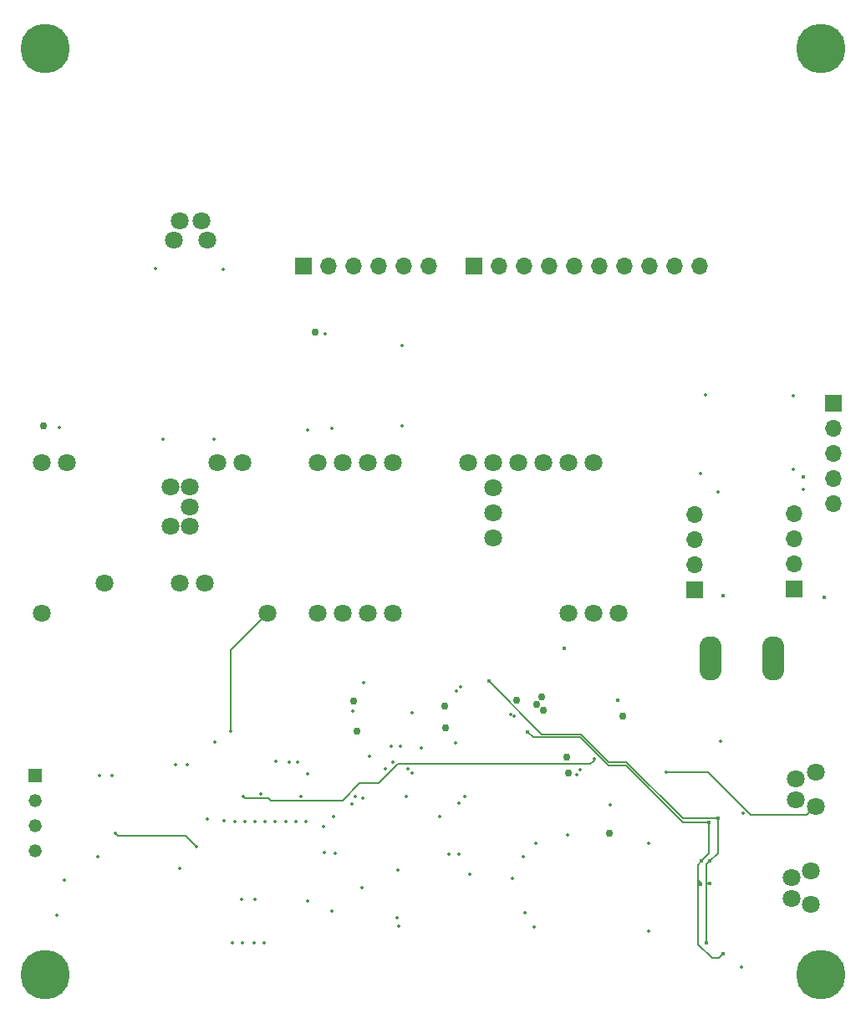
<source format=gbr>
%TF.GenerationSoftware,KiCad,Pcbnew,8.0.7*%
%TF.CreationDate,2025-03-10T13:05:35-04:00*%
%TF.ProjectId,dyno_inst_3,64796e6f-5f69-46e7-9374-5f332e6b6963,rev?*%
%TF.SameCoordinates,Original*%
%TF.FileFunction,Copper,L4,Bot*%
%TF.FilePolarity,Positive*%
%FSLAX46Y46*%
G04 Gerber Fmt 4.6, Leading zero omitted, Abs format (unit mm)*
G04 Created by KiCad (PCBNEW 8.0.7) date 2025-03-10 13:05:35*
%MOMM*%
%LPD*%
G01*
G04 APERTURE LIST*
%TA.AperFunction,ComponentPad*%
%ADD10C,5.000000*%
%TD*%
%TA.AperFunction,ComponentPad*%
%ADD11C,1.800000*%
%TD*%
%TA.AperFunction,ComponentPad*%
%ADD12R,1.700000X1.700000*%
%TD*%
%TA.AperFunction,ComponentPad*%
%ADD13O,1.700000X1.700000*%
%TD*%
%TA.AperFunction,ComponentPad*%
%ADD14R,1.320800X1.320800*%
%TD*%
%TA.AperFunction,ComponentPad*%
%ADD15C,1.320800*%
%TD*%
%TA.AperFunction,ComponentPad*%
%ADD16O,2.250000X4.500000*%
%TD*%
%TA.AperFunction,ViaPad*%
%ADD17C,0.350000*%
%TD*%
%TA.AperFunction,ViaPad*%
%ADD18C,0.400000*%
%TD*%
%TA.AperFunction,ViaPad*%
%ADD19C,0.750000*%
%TD*%
%TA.AperFunction,Conductor*%
%ADD20C,0.160000*%
%TD*%
%TA.AperFunction,Conductor*%
%ADD21C,0.200000*%
%TD*%
G04 APERTURE END LIST*
D10*
%TO.P,H2,1,1*%
%TO.N,GND1*%
X123646900Y-113974000D03*
%TD*%
D11*
%TO.P,U4,3.3V_1,3.3V*%
%TO.N,3v3Teensy*%
X158890000Y-77390000D03*
%TO.P,U4,5V,5V*%
%TO.N,unconnected-(U4-Pad5V)*%
X129680000Y-74340000D03*
%TO.P,U4,8,TX2*%
%TO.N,shcalctrl*%
X146190000Y-77390000D03*
%TO.P,U4,10,CS1*%
%TO.N,Net-(U4-CS1)*%
X151270000Y-77390000D03*
%TO.P,U4,11,MOSI*%
%TO.N,Net-(U4-MOSI)*%
X153810000Y-77390000D03*
%TO.P,U4,12,MISO*%
%TO.N,Net-(U4-MISO)*%
X156350000Y-77390000D03*
%TO.P,U4,13,SCK*%
%TO.N,Net-(U4-SCK)*%
X156350000Y-62150000D03*
%TO.P,U4,14,A0*%
%TO.N,BOTINB3v3*%
X153810000Y-62150000D03*
%TO.P,U4,15,A1*%
%TO.N,TOPINB3v3*%
X151270000Y-62150000D03*
%TO.P,U4,18,A4*%
%TO.N,BOTINA3v3*%
X143650000Y-62150000D03*
%TO.P,U4,19,A5*%
%TO.N,TOPINA3v3*%
X141110000Y-62150000D03*
%TO.P,U4,30,CRX3*%
%TO.N,Benc1*%
X176670000Y-77390000D03*
%TO.P,U4,31,CTX3*%
%TO.N,Benc2*%
X179210000Y-77390000D03*
%TO.P,U4,32,OUT1B*%
%TO.N,Benc3*%
X181750000Y-77390000D03*
%TO.P,U4,34,RX8*%
%TO.N,INB*%
X179210000Y-62150000D03*
%TO.P,U4,35,TX8*%
%TO.N,ENB*%
X176670000Y-62150000D03*
%TO.P,U4,36,CS2*%
%TO.N,CURRSNS*%
X174130000Y-62150000D03*
%TO.P,U4,37,CS3*%
%TO.N,PWM*%
X171590000Y-62150000D03*
%TO.P,U4,38,A14*%
%TO.N,ENA*%
X169050000Y-62150000D03*
%TO.P,U4,39,A15*%
%TO.N,INA*%
X166510000Y-62150000D03*
%TO.P,U4,GND1,GND*%
%TO.N,GND3*%
X123330000Y-77390000D03*
%TO.P,U4,GND2,GND__1*%
X158890000Y-62150000D03*
%TO.P,U4,GND3,GND__2*%
X125870000Y-62150000D03*
%TO.P,U4,GND4,GND__3*%
X169050000Y-69770000D03*
%TO.P,U4,GND5,GND__4*%
X138300000Y-66600000D03*
%TO.P,U4,ON/OFF,ON/OFF*%
%TO.N,unconnected-(U4-PadON{slash}OFF)*%
X169050000Y-64690000D03*
%TO.P,U4,PROGRAM,PROGRAM*%
%TO.N,unconnected-(U4-PadPROGRAM)*%
X169050000Y-67230000D03*
%TO.P,U4,R+,R+*%
%TO.N,Rd+*%
X136300000Y-64600000D03*
%TO.P,U4,R-,R-*%
%TO.N,Rd-*%
X138300000Y-64600000D03*
%TO.P,U4,T+,T+*%
%TO.N,Td+*%
X138300000Y-68600000D03*
%TO.P,U4,T-,T-*%
%TO.N,Td-*%
X136300000Y-68600000D03*
%TO.P,U4,USB_GND1,USB_GND*%
%TO.N,GND3*%
X137300000Y-74340000D03*
%TO.P,U4,USB_GND2,USB_GND__1*%
X139840000Y-74340000D03*
%TO.P,U4,VIN,VIN*%
%TO.N,5vpwr*%
X123330000Y-62150000D03*
%TD*%
D12*
%TO.P,J5,1,Pin_1*%
%TO.N,TOPINA5v*%
X149790000Y-42250000D03*
D13*
%TO.P,J5,2,Pin_2*%
%TO.N,BOTINA5v*%
X152330000Y-42250000D03*
%TO.P,J5,3,Pin_3*%
%TO.N,TOPINB5v*%
X154870000Y-42250000D03*
%TO.P,J5,4,Pin_4*%
%TO.N,BOTINB5v*%
X157410000Y-42250000D03*
%TO.P,J5,5,Pin_5*%
%TO.N,5vpwr*%
X159950000Y-42250000D03*
%TO.P,J5,6,Pin_6*%
%TO.N,GND3*%
X162490000Y-42250000D03*
%TD*%
D11*
%TO.P,J3,1,Pin_1*%
%TO.N,GND1*%
X201650799Y-93499978D03*
%TO.P,J3,2,Pin_2*%
%TO.N,ACSIG*%
X199700800Y-94125072D03*
%TO.P,J3,3,Pin_3*%
%TO.N,ACSHCAL*%
X201650799Y-96900022D03*
%TO.P,J3,4*%
%TO.N,N/C*%
X199700800Y-96274999D03*
%TD*%
D12*
%TO.P,U7,1,GND*%
%TO.N,GND1*%
X199500000Y-74900000D03*
D13*
%TO.P,U7,2,Vin*%
%TO.N,+12v*%
X199500000Y-72360000D03*
%TO.P,U7,3,0V*%
%TO.N,GND2*%
X199500000Y-69820000D03*
%TO.P,U7,4,+Vo*%
%TO.N,5venc*%
X199500000Y-67280000D03*
%TD*%
D14*
%TO.P,U21,1,-VIN*%
%TO.N,GND3*%
X122572000Y-93810000D03*
D15*
%TO.P,U21,2,+VIN*%
%TO.N,3v3Teensy*%
X122572000Y-96350000D03*
%TO.P,U21,3,-VOUT*%
%TO.N,GND1*%
X122572000Y-98890000D03*
%TO.P,U21,4,+VOUT*%
%TO.N,Net-(U21-+VOUT)*%
X122572000Y-101430000D03*
%TD*%
D10*
%TO.P,H3,1,1*%
%TO.N,GND3*%
X123646900Y-20248000D03*
%TD*%
D12*
%TO.P,U6,1,GND*%
%TO.N,GND1*%
X189400000Y-74980000D03*
D13*
%TO.P,U6,2,Vin*%
%TO.N,+12v*%
X189400000Y-72440000D03*
%TO.P,U6,3,0V*%
%TO.N,GND3*%
X189400000Y-69900000D03*
%TO.P,U6,4,+Vo*%
%TO.N,5vpwr*%
X189400000Y-67360000D03*
%TD*%
D12*
%TO.P,J2,1,Pin_1*%
%TO.N,INA*%
X167025000Y-42225000D03*
D13*
%TO.P,J2,2,Pin_2*%
%TO.N,ENA*%
X169565000Y-42225000D03*
%TO.P,J2,3,Pin_3*%
%TO.N,PWM*%
X172105000Y-42225000D03*
%TO.P,J2,4,Pin_4*%
%TO.N,CURRSNS*%
X174645000Y-42225000D03*
%TO.P,J2,5,Pin_5*%
%TO.N,ENB*%
X177185000Y-42225000D03*
%TO.P,J2,6,Pin_6*%
%TO.N,INB*%
X179725000Y-42225000D03*
%TO.P,J2,7,Pin_7*%
%TO.N,5vpwr*%
X182265000Y-42225000D03*
%TO.P,J2,8,Pin_8*%
%TO.N,GND3*%
X184805000Y-42225000D03*
%TO.P,J2,9,Pin_9*%
%TO.N,unconnected-(J2-Pin_9-Pad9)*%
X187345000Y-42225000D03*
%TO.P,J2,10,Pin_10*%
%TO.N,GND3*%
X189885000Y-42225000D03*
%TD*%
D11*
%TO.P,J6,1,Pin_1*%
%TO.N,+5vexc*%
X201175000Y-103474956D03*
%TO.P,J6,2,Pin_2*%
%TO.N,+DCSIG*%
X199225001Y-104100050D03*
%TO.P,J6,3,Pin_3*%
%TO.N,-5vexc*%
X201175000Y-106875000D03*
%TO.P,J6,4,Pin_4*%
%TO.N,-DCSIG*%
X199225001Y-106249977D03*
%TD*%
%TO.P,J7,1,Pin_1*%
%TO.N,Tx+*%
X140055000Y-39650000D03*
%TO.P,J7,2,Pin_2*%
%TO.N,Tx-*%
X139429906Y-37700001D03*
%TO.P,J7,3,Pin_3*%
%TO.N,Rx-*%
X136654956Y-39650000D03*
%TO.P,J7,4,Pin_4*%
%TO.N,Rx+*%
X137279979Y-37700001D03*
%TD*%
D10*
%TO.P,H1,1,1*%
%TO.N,GND3*%
X202209100Y-20248000D03*
%TD*%
D12*
%TO.P,J1,1,Pin_1*%
%TO.N,Aenc1*%
X203500496Y-56100000D03*
D13*
%TO.P,J1,2,Pin_2*%
%TO.N,Aenc2*%
X203500496Y-58640000D03*
%TO.P,J1,3,Pin_3*%
%TO.N,Aenc3*%
X203500496Y-61180000D03*
%TO.P,J1,4,Pin_4*%
%TO.N,5venc*%
X203500496Y-63720000D03*
%TO.P,J1,5,Pin_5*%
%TO.N,GND2*%
X203500496Y-66260000D03*
%TD*%
D16*
%TO.P,J4,1*%
%TO.N,+12v*%
X191050000Y-81925000D03*
%TO.P,J4,2*%
%TO.N,GND1*%
X197350000Y-81925000D03*
%TD*%
D10*
%TO.P,H4,1,1*%
%TO.N,GND1*%
X202209100Y-113974000D03*
%TD*%
D17*
%TO.N,3v3Teensy*%
X191800000Y-65100000D03*
X138000000Y-92700000D03*
X150200000Y-58800000D03*
X130400000Y-93800000D03*
%TO.N,GND2*%
X199400000Y-62800000D03*
X200400000Y-64800000D03*
X199400000Y-55400000D03*
D18*
%TO.N,5venc*%
X200400000Y-63600000D03*
D17*
%TO.N,3v3Ext*%
X138975000Y-100975000D03*
X130750000Y-99600000D03*
D19*
%TO.N,5vpwr*%
X151000000Y-48900000D03*
X123500000Y-58400000D03*
D17*
%TO.N,+5vref*%
X161700000Y-91000000D03*
X149225000Y-92425000D03*
X173200000Y-109150000D03*
X159275000Y-108175000D03*
X150250000Y-106500000D03*
X158825000Y-92475000D03*
%TO.N,-5vref*%
X150250000Y-93600000D03*
X173350000Y-100675000D03*
X165550000Y-101750000D03*
X153050000Y-101650000D03*
X160825000Y-93550000D03*
X156450000Y-91875000D03*
D19*
%TO.N,+12v*%
X155200000Y-89300000D03*
X182100000Y-87800000D03*
X164200000Y-89000000D03*
X180800000Y-99625000D03*
%TO.N,-12v*%
X164100000Y-86800000D03*
X176600000Y-93575000D03*
X174100000Y-87200000D03*
X173400000Y-86600000D03*
X176425000Y-91975000D03*
X154900000Y-86300000D03*
X171375000Y-86200000D03*
X173900000Y-85800000D03*
D17*
%TO.N,GND1*%
X152675000Y-107550000D03*
X170750000Y-87600000D03*
X163625000Y-97950000D03*
X158050000Y-93150000D03*
X154800000Y-87300000D03*
X177500000Y-93675000D03*
X158700000Y-90825000D03*
X148000201Y-98427124D03*
X194350000Y-97600000D03*
X160775000Y-87450000D03*
X147000000Y-92375000D03*
X184775000Y-100650000D03*
X155700000Y-105100000D03*
X184750000Y-109525000D03*
X171125000Y-87825000D03*
X137300000Y-103175000D03*
X140050000Y-98175000D03*
X164550000Y-101750000D03*
X151925000Y-101625000D03*
X159450000Y-109050000D03*
X192000000Y-90300000D03*
D18*
X192300000Y-75600000D03*
D17*
X194125000Y-113175000D03*
D18*
X181600000Y-86175000D03*
D17*
X142825000Y-98425000D03*
X172075000Y-102000000D03*
X165200000Y-90500000D03*
X170925000Y-104225000D03*
X155775000Y-96050000D03*
X155875000Y-84425000D03*
X128975000Y-102000000D03*
X144800000Y-110700000D03*
X176550000Y-99850000D03*
X165675000Y-84825000D03*
D18*
X202500000Y-75800000D03*
D17*
X160175000Y-95900000D03*
X166600000Y-103800000D03*
X159350000Y-103350000D03*
X145925201Y-98427124D03*
X152875000Y-97950000D03*
X155050000Y-95950000D03*
D18*
X176200000Y-80900000D03*
D17*
X149550000Y-95925000D03*
X159575000Y-90825000D03*
X124800000Y-107950000D03*
X154725000Y-96700000D03*
X165550000Y-96600000D03*
X160400000Y-93100000D03*
X165275000Y-85250000D03*
X143600000Y-110700000D03*
X177850000Y-93200000D03*
X149025201Y-98427124D03*
X141725000Y-98400000D03*
X142600000Y-110700000D03*
X145800000Y-110700000D03*
X180900000Y-96725000D03*
X143500000Y-106300000D03*
X144850000Y-106350000D03*
X166125000Y-95875000D03*
X144900201Y-98427124D03*
X143875201Y-98427124D03*
X148325000Y-92425000D03*
X151825000Y-99000000D03*
X150050201Y-98427124D03*
X172200000Y-107700000D03*
X125600000Y-104400000D03*
X146925201Y-98427124D03*
X145475000Y-95700000D03*
%TO.N,shcalctrl*%
X142400000Y-89300000D03*
%TO.N,ACSHCAL*%
X179250000Y-92075000D03*
X186575000Y-93425000D03*
X143675000Y-95950000D03*
D18*
%TO.N,+5vcla*%
X190025000Y-104800000D03*
X192300001Y-111849999D03*
X172500000Y-89355000D03*
X190125000Y-102450000D03*
X190875000Y-98575000D03*
%TO.N,-5vcla*%
X191750000Y-98125000D03*
X190900000Y-104750000D03*
X190950000Y-102475000D03*
X190625000Y-110700000D03*
X168550000Y-84225000D03*
D17*
%TO.N,GND3*%
X125100000Y-58600000D03*
X140700000Y-59800000D03*
X159800000Y-58400000D03*
X152700000Y-58700000D03*
X152000000Y-49100000D03*
X190500000Y-55300000D03*
X136800000Y-92700000D03*
X159800000Y-50300000D03*
X135600000Y-59800000D03*
X190000000Y-63200000D03*
X134800000Y-42500000D03*
X129100000Y-93800000D03*
X141700000Y-42600000D03*
X140800000Y-90400000D03*
%TD*%
D20*
%TO.N,3v3Ext*%
X137875000Y-99875000D02*
X138975000Y-100975000D01*
X131025000Y-99875000D02*
X137875000Y-99875000D01*
X130750000Y-99600000D02*
X131025000Y-99875000D01*
%TO.N,shcalctrl*%
X142400000Y-89300000D02*
X142400000Y-81120000D01*
X142400000Y-81120000D02*
X146170000Y-77350000D01*
%TO.N,ACSHCAL*%
X190747757Y-93425000D02*
X195122779Y-97800022D01*
X146250834Y-96105000D02*
X143830000Y-96105000D01*
X155500000Y-94600000D02*
X153750000Y-96350000D01*
X179250000Y-92250000D02*
X179250000Y-92075000D01*
X143830000Y-96105000D02*
X143675000Y-95950000D01*
X157375000Y-94600000D02*
X155500000Y-94600000D01*
X159325000Y-92650000D02*
X157375000Y-94600000D01*
X153750000Y-96350000D02*
X146495834Y-96350000D01*
X178850000Y-92650000D02*
X159325000Y-92650000D01*
X179175000Y-92325000D02*
X179250000Y-92250000D01*
X179175000Y-92325000D02*
X178850000Y-92650000D01*
X146495834Y-96350000D02*
X146250834Y-96105000D01*
X200750799Y-97800022D02*
X195122779Y-97800022D01*
X186575000Y-93425000D02*
X190747757Y-93425000D01*
X201650799Y-96900022D02*
X200750799Y-97800022D01*
D21*
%TO.N,+5vcla*%
X192300001Y-111849999D02*
X191875000Y-112275000D01*
X172500000Y-89355000D02*
X173045000Y-89900000D01*
X191163603Y-112275000D02*
X189750000Y-110861397D01*
X190875000Y-98575000D02*
X190875000Y-101700000D01*
X189750000Y-104400000D02*
X189750000Y-102825000D01*
X173045000Y-89900000D02*
X177814878Y-89900000D01*
X189750000Y-110861397D02*
X189750000Y-104400000D01*
X191875000Y-112275000D02*
X191163603Y-112275000D01*
X180714878Y-92800000D02*
X182450000Y-92800000D01*
X188225000Y-98575000D02*
X190875000Y-98575000D01*
X189750000Y-104400000D02*
X190025000Y-104675000D01*
X177814878Y-89900000D02*
X180714878Y-92800000D01*
X190875000Y-101700000D02*
X190125000Y-102450000D01*
X182450000Y-92800000D02*
X188225000Y-98575000D01*
X189750000Y-102825000D02*
X190125000Y-102450000D01*
%TO.N,-5vcla*%
X180725000Y-92400000D02*
X182475000Y-92400000D01*
X168550000Y-84225000D02*
X173935000Y-89610000D01*
X190625000Y-102800000D02*
X190625000Y-104700000D01*
X190625000Y-110700000D02*
X190625000Y-104700000D01*
X191750000Y-101675000D02*
X191750000Y-98125000D01*
X173935000Y-89610000D02*
X177935000Y-89610000D01*
X190625000Y-104700000D02*
X190850000Y-104700000D01*
X182475000Y-92400000D02*
X188200000Y-98125000D01*
X188200000Y-98125000D02*
X191750000Y-98125000D01*
X190950000Y-102475000D02*
X190625000Y-102800000D01*
X177935000Y-89610000D02*
X180725000Y-92400000D01*
X190950000Y-102475000D02*
X191750000Y-101675000D01*
%TD*%
M02*

</source>
